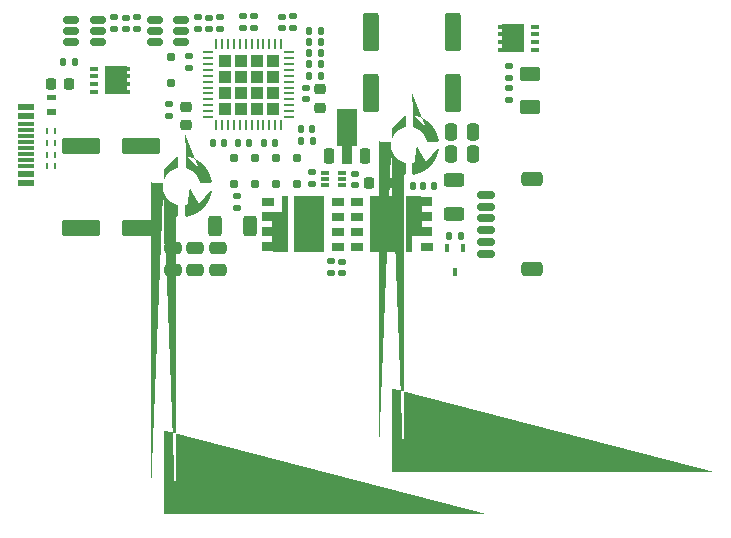
<source format=gbr>
%TF.GenerationSoftware,KiCad,Pcbnew,8.0.3*%
%TF.CreationDate,2024-10-12T12:31:44+02:00*%
%TF.ProjectId,Parkside-100W-Brick,5061726b-7369-4646-952d-313030572d42,rev?*%
%TF.SameCoordinates,Original*%
%TF.FileFunction,Paste,Top*%
%TF.FilePolarity,Positive*%
%FSLAX46Y46*%
G04 Gerber Fmt 4.6, Leading zero omitted, Abs format (unit mm)*
G04 Created by KiCad (PCBNEW 8.0.3) date 2024-10-12 12:31:44*
%MOMM*%
%LPD*%
G01*
G04 APERTURE LIST*
G04 Aperture macros list*
%AMRoundRect*
0 Rectangle with rounded corners*
0 $1 Rounding radius*
0 $2 $3 $4 $5 $6 $7 $8 $9 X,Y pos of 4 corners*
0 Add a 4 corners polygon primitive as box body*
4,1,4,$2,$3,$4,$5,$6,$7,$8,$9,$2,$3,0*
0 Add four circle primitives for the rounded corners*
1,1,$1+$1,$2,$3*
1,1,$1+$1,$4,$5*
1,1,$1+$1,$6,$7*
1,1,$1+$1,$8,$9*
0 Add four rect primitives between the rounded corners*
20,1,$1+$1,$2,$3,$4,$5,0*
20,1,$1+$1,$4,$5,$6,$7,0*
20,1,$1+$1,$6,$7,$8,$9,0*
20,1,$1+$1,$8,$9,$2,$3,0*%
%AMFreePoly0*
4,1,70,1.108661,1.057304,1.136251,1.029714,1.151183,0.993666,1.153104,0.147677,1.151183,0.128168,1.148142,0.120827,1.148128,0.119947,1.146993,0.118052,1.136251,0.092120,1.124283,0.080152,1.121522,0.075544,1.117362,0.073231,1.108661,0.064530,1.081385,0.053231,1.076279,0.050393,0.974627,0.024842,0.780001,-0.053034,0.597631,-0.156404,0.430839,-0.283387,0.282662,-0.431669,
0.155797,-0.598551,0.052556,-0.780994,-0.025181,-0.975676,-0.050660,-1.077347,-0.050660,-1.077346,-0.054202,-1.083729,-0.064530,-1.108661,-0.072415,-1.116546,-0.075779,-1.122607,-0.082524,-1.126655,-0.092120,-1.136251,-0.112757,-1.144799,-0.120163,-1.149244,-0.123628,-1.149302,-0.128168,-1.151183,-0.974157,-1.153104,-0.989047,-1.151637,-0.990417,-1.151773,-0.991179,-1.151427,-0.993666,-1.151183,
-1.029714,-1.136251,-1.033860,-1.132104,-1.037573,-1.130424,-1.042722,-1.123242,-1.057304,-1.108661,-1.062947,-1.095036,-1.067737,-1.088357,-1.068370,-1.081945,-1.072236,-1.072613,-1.072236,-1.042816,-1.072826,-1.036844,-1.072236,-1.034203,-1.072236,-1.033595,-1.071940,-1.032882,-1.009799,-0.754749,-0.915374,-0.481556,-0.790754,-0.220750,-0.637527,0.024345,-0.457647,0.250604,-0.253408,0.455144,
-0.027412,0.635355,0.217458,0.788942,0.478080,0.913945,0.751134,1.008771,1.033136,1.072211,1.033136,1.072212,1.033460,1.072180,1.033595,1.072236,1.072613,1.072236,1.108661,1.057304,1.108661,1.057304,$1*%
%AMFreePoly1*
4,1,70,-0.128168,1.151183,-0.120827,1.148142,-0.119947,1.148128,-0.118052,1.146993,-0.092120,1.136251,-0.080152,1.124283,-0.075544,1.121522,-0.073231,1.117362,-0.064530,1.108661,-0.053231,1.081385,-0.050393,1.076279,-0.024842,0.974627,0.053034,0.780001,0.156404,0.597631,0.283387,0.430839,0.431669,0.282662,0.598551,0.155797,0.780994,0.052556,0.975676,-0.025181,1.077347,-0.050660,
1.077346,-0.050660,1.083729,-0.054202,1.108661,-0.064530,1.116546,-0.072415,1.122607,-0.075779,1.126655,-0.082524,1.136251,-0.092120,1.144799,-0.112757,1.149244,-0.120163,1.149302,-0.123628,1.151183,-0.128168,1.153104,-0.974157,1.151637,-0.989047,1.151773,-0.990417,1.151427,-0.991179,1.151183,-0.993666,1.136251,-1.029714,1.132104,-1.033860,1.130424,-1.037573,1.123242,-1.042722,
1.108661,-1.057304,1.095036,-1.062947,1.088357,-1.067737,1.081945,-1.068370,1.072613,-1.072236,1.042816,-1.072236,1.036844,-1.072826,1.034203,-1.072236,1.033595,-1.072236,1.032882,-1.071940,0.754749,-1.009799,0.481556,-0.915374,0.220750,-0.790754,-0.024345,-0.637527,-0.250604,-0.457647,-0.455144,-0.253408,-0.635355,-0.027412,-0.788942,0.217458,-0.913945,0.478080,-1.008771,0.751134,
-1.072211,1.033136,-1.072212,1.033136,-1.072180,1.033460,-1.072236,1.033595,-1.072236,1.072613,-1.057304,1.108661,-1.029714,1.136251,-0.993666,1.151183,-0.147677,1.153104,-0.128168,1.151183,-0.128168,1.151183,$1*%
%AMFreePoly2*
4,1,70,-1.034203,1.072236,-1.033595,1.072236,-1.032882,1.071940,-0.754749,1.009799,-0.481556,0.915374,-0.220750,0.790754,0.024345,0.637527,0.250604,0.457647,0.455144,0.253408,0.635355,0.027412,0.788942,-0.217458,0.913945,-0.478080,1.008771,-0.751134,1.072211,-1.033136,1.072212,-1.033136,1.072180,-1.033460,1.072236,-1.033595,1.072236,-1.072613,1.057304,-1.108661,1.029714,-1.136251,
0.993666,-1.151183,0.147677,-1.153104,0.128168,-1.151183,0.120827,-1.148142,0.119947,-1.148128,0.118052,-1.146993,0.092120,-1.136251,0.080152,-1.124283,0.075544,-1.121522,0.073231,-1.117362,0.064530,-1.108661,0.053231,-1.081385,0.050393,-1.076279,0.024842,-0.974627,-0.053034,-0.780001,-0.156404,-0.597631,-0.283387,-0.430839,-0.431669,-0.282662,-0.598551,-0.155797,-0.780994,-0.052556,
-0.975676,0.025181,-1.077347,0.050660,-1.077346,0.050660,-1.083729,0.054202,-1.108661,0.064530,-1.116546,0.072415,-1.122607,0.075779,-1.126655,0.082524,-1.136251,0.092120,-1.144799,0.112757,-1.149244,0.120163,-1.149302,0.123628,-1.151183,0.128168,-1.153104,0.974157,-1.151637,0.989047,-1.151773,0.990417,-1.151427,0.991179,-1.151183,0.993666,-1.136251,1.029714,-1.132104,1.033860,
-1.130424,1.037573,-1.123242,1.042722,-1.108661,1.057304,-1.095036,1.062947,-1.088357,1.067737,-1.081945,1.068370,-1.072613,1.072236,-1.042816,1.072236,-1.036844,1.072826,-1.034203,1.072236,-1.034203,1.072236,$1*%
%AMFreePoly3*
4,1,70,0.989047,1.151637,0.990417,1.151773,0.991179,1.151427,0.993666,1.151183,1.029714,1.136251,1.033860,1.132104,1.037573,1.130424,1.042722,1.123242,1.057304,1.108661,1.062947,1.095036,1.067737,1.088357,1.068370,1.081945,1.072236,1.072613,1.072236,1.042816,1.072826,1.036844,1.072236,1.034203,1.072236,1.033595,1.071940,1.032882,1.009799,0.754749,0.915374,0.481556,
0.790754,0.220750,0.637527,-0.024345,0.457647,-0.250604,0.253408,-0.455144,0.027412,-0.635355,-0.217458,-0.788942,-0.478080,-0.913945,-0.751134,-1.008771,-1.033136,-1.072211,-1.033136,-1.072212,-1.033460,-1.072180,-1.033595,-1.072236,-1.072613,-1.072236,-1.108661,-1.057304,-1.136251,-1.029714,-1.151183,-0.993666,-1.153104,-0.147677,-1.151183,-0.128168,-1.148142,-0.120827,-1.148128,-0.119947,
-1.146993,-0.118052,-1.136251,-0.092120,-1.124283,-0.080152,-1.121522,-0.075544,-1.117362,-0.073231,-1.108661,-0.064530,-1.081385,-0.053231,-1.076279,-0.050393,-0.974627,-0.024842,-0.780001,0.053034,-0.597631,0.156404,-0.430839,0.283387,-0.282662,0.431669,-0.155797,0.598551,-0.052556,0.780994,0.025181,0.975676,0.050660,1.077347,0.050660,1.077346,0.054202,1.083729,0.064530,1.108661,
0.072415,1.116546,0.075779,1.122607,0.082524,1.126655,0.092120,1.136251,0.112757,1.144799,0.120163,1.149244,0.123628,1.149302,0.128168,1.151183,0.974157,1.153104,0.989047,1.151637,0.989047,1.151637,$1*%
%AMFreePoly4*
4,1,17,2.400000,-0.600000,2.310008,-0.600000,2.310008,-1.549987,1.510008,-1.549987,1.510008,-0.700000,1.040005,-0.700000,1.040005,-1.549987,0.240005,-1.549987,0.240005,-0.700000,-0.229997,-0.700000,-0.229997,-1.549987,-1.014986,-1.549987,-1.014986,0.164999,-2.400000,0.164999,-2.400000,0.700000,2.394996,0.700000,2.400000,-0.600000,2.400000,-0.600000,$1*%
%AMFreePoly5*
4,1,9,3.862500,-0.866500,0.737500,-0.866500,0.737500,-0.450000,-0.737500,-0.450000,-0.737500,0.450000,0.737500,0.450000,0.737500,0.866500,3.862500,0.866500,3.862500,-0.866500,3.862500,-0.866500,$1*%
G04 Aperture macros list end*
%ADD10RoundRect,0.225000X0.250000X-0.225000X0.250000X0.225000X-0.250000X0.225000X-0.250000X-0.225000X0*%
%ADD11RoundRect,0.250000X-0.312500X-0.625000X0.312500X-0.625000X0.312500X0.625000X-0.312500X0.625000X0*%
%ADD12RoundRect,0.135000X-0.185000X0.135000X-0.185000X-0.135000X0.185000X-0.135000X0.185000X0.135000X0*%
%ADD13RoundRect,0.250000X-0.475000X0.250000X-0.475000X-0.250000X0.475000X-0.250000X0.475000X0.250000X0*%
%ADD14RoundRect,0.203125X1.446875X0.446875X-1.446875X0.446875X-1.446875X-0.446875X1.446875X-0.446875X0*%
%ADD15R,0.250000X0.550000*%
%ADD16RoundRect,0.140000X-0.140000X-0.170000X0.140000X-0.170000X0.140000X0.170000X-0.140000X0.170000X0*%
%ADD17RoundRect,0.050000X-0.250000X0.250000X-0.250000X-0.250000X0.250000X-0.250000X0.250000X0.250000X0*%
%ADD18RoundRect,0.150000X0.512500X0.150000X-0.512500X0.150000X-0.512500X-0.150000X0.512500X-0.150000X0*%
%ADD19RoundRect,0.140000X0.140000X0.170000X-0.140000X0.170000X-0.140000X-0.170000X0.140000X-0.170000X0*%
%ADD20RoundRect,0.250000X-0.300000X-0.300000X0.300000X-0.300000X0.300000X0.300000X-0.300000X0.300000X0*%
%ADD21RoundRect,0.062500X-0.362500X-0.062500X0.362500X-0.062500X0.362500X0.062500X-0.362500X0.062500X0*%
%ADD22RoundRect,0.062500X-0.062500X-0.362500X0.062500X-0.362500X0.062500X0.362500X-0.062500X0.362500X0*%
%ADD23RoundRect,0.135000X0.135000X0.185000X-0.135000X0.185000X-0.135000X-0.185000X0.135000X-0.185000X0*%
%ADD24R,0.700000X0.420000*%
%ADD25R,0.450000X0.420000*%
%ADD26R,1.930000X2.490000*%
%ADD27RoundRect,0.140000X0.170000X-0.140000X0.170000X0.140000X-0.170000X0.140000X-0.170000X-0.140000X0*%
%ADD28RoundRect,0.250000X0.250000X0.475000X-0.250000X0.475000X-0.250000X-0.475000X0.250000X-0.475000X0*%
%ADD29RoundRect,0.225000X0.225000X0.250000X-0.225000X0.250000X-0.225000X-0.250000X0.225000X-0.250000X0*%
%ADD30RoundRect,0.135000X0.185000X-0.135000X0.185000X0.135000X-0.185000X0.135000X-0.185000X-0.135000X0*%
%ADD31RoundRect,0.135000X-0.135000X-0.185000X0.135000X-0.185000X0.135000X0.185000X-0.135000X0.185000X0*%
%ADD32RoundRect,0.203125X0.446875X-1.446875X0.446875X1.446875X-0.446875X1.446875X-0.446875X-1.446875X0*%
%ADD33RoundRect,0.250000X-0.625000X0.375000X-0.625000X-0.375000X0.625000X-0.375000X0.625000X0.375000X0*%
%ADD34FreePoly0,0.000000*%
%ADD35FreePoly1,0.000000*%
%ADD36FreePoly2,0.000000*%
%ADD37FreePoly3,0.000000*%
%ADD38R,1.450000X0.600000*%
%ADD39R,1.450000X0.300000*%
%ADD40RoundRect,0.085000X-0.265000X-0.085000X0.265000X-0.085000X0.265000X0.085000X-0.265000X0.085000X0*%
%ADD41RoundRect,0.140000X-0.170000X0.140000X-0.170000X-0.140000X0.170000X-0.140000X0.170000X0.140000X0*%
%ADD42R,1.000000X0.800000*%
%ADD43FreePoly4,90.000000*%
%ADD44R,2.600000X4.800000*%
%ADD45FreePoly4,270.000000*%
%ADD46RoundRect,0.150000X0.625000X-0.150000X0.625000X0.150000X-0.625000X0.150000X-0.625000X-0.150000X0*%
%ADD47RoundRect,0.250000X0.650000X-0.350000X0.650000X0.350000X-0.650000X0.350000X-0.650000X-0.350000X0*%
%ADD48RoundRect,0.225000X0.225000X-0.425000X0.225000X0.425000X-0.225000X0.425000X-0.225000X-0.425000X0*%
%ADD49FreePoly5,90.000000*%
%ADD50RoundRect,0.225000X-0.225000X-0.250000X0.225000X-0.250000X0.225000X0.250000X-0.225000X0.250000X0*%
%ADD51R,0.450000X0.700000*%
%ADD52RoundRect,0.250000X0.625000X-0.312500X0.625000X0.312500X-0.625000X0.312500X-0.625000X-0.312500X0*%
G04 APERTURE END LIST*
%TO.C,D1*%
G36*
X157820000Y-96975000D02*
G01*
X158580000Y-96975000D01*
X158580000Y-97445000D01*
X157820000Y-97445000D01*
X157820000Y-96975000D01*
G37*
G36*
X158580000Y-96220000D02*
G01*
X157820000Y-96220000D01*
X157820000Y-95750000D01*
X158580000Y-95750000D01*
X158580000Y-96220000D01*
G37*
%TD*%
D10*
%TO.C,C16*%
X180950000Y-96825000D03*
X180950000Y-95275000D03*
%TD*%
D11*
%TO.C,R1*%
X172087500Y-106850000D03*
X175012500Y-106850000D03*
%TD*%
D12*
%TO.C,R3*%
X173900000Y-104290000D03*
X173900000Y-105310000D03*
%TD*%
D13*
%TO.C,C14*%
X170400000Y-108700000D03*
X170400000Y-110600000D03*
%TD*%
D14*
%TO.C,C18*%
X165800000Y-100050000D03*
X160700000Y-100050000D03*
%TD*%
D15*
%TO.C,D7*%
X157850000Y-101800000D03*
X158550000Y-101800000D03*
%TD*%
D16*
%TO.C,C10*%
X180050000Y-94125000D03*
X181010000Y-94125000D03*
%TD*%
D17*
%TO.C,D3*%
X173650000Y-101100000D03*
X173650000Y-103300000D03*
%TD*%
D18*
%TO.C,Q2*%
X169237500Y-91300000D03*
X169237500Y-90350000D03*
X169237500Y-89400000D03*
X166962500Y-89400000D03*
X166962500Y-90350000D03*
X166962500Y-91300000D03*
%TD*%
D15*
%TO.C,D5*%
X157850000Y-98800000D03*
X158550000Y-98800000D03*
%TD*%
D17*
%TO.C,D10*%
X168350000Y-92550000D03*
X168350000Y-94750000D03*
%TD*%
D19*
%TO.C,C2*%
X174980000Y-99800000D03*
X174020000Y-99800000D03*
%TD*%
D20*
%TO.C,U1*%
X172890000Y-92840000D03*
X172890000Y-94200000D03*
X172890000Y-95560000D03*
X172890000Y-96920000D03*
X174250000Y-92840000D03*
X174250000Y-94200000D03*
X174250000Y-95560000D03*
X174250000Y-96920000D03*
X175610000Y-92840000D03*
X175610000Y-94200000D03*
X175610000Y-95560000D03*
X175610000Y-96920000D03*
X176970000Y-92840000D03*
X176970000Y-94200000D03*
X176970000Y-95560000D03*
X176970000Y-96920000D03*
D21*
X171480000Y-92130000D03*
X171480000Y-92630000D03*
X171480000Y-93130000D03*
X171480000Y-93630000D03*
X171480000Y-94130000D03*
X171480000Y-94630000D03*
X171480000Y-95130000D03*
X171480000Y-95630000D03*
X171480000Y-96130000D03*
X171480000Y-96630000D03*
X171480000Y-97130000D03*
X171480000Y-97630000D03*
D22*
X172180000Y-98330000D03*
X172680000Y-98330000D03*
X173180000Y-98330000D03*
X173680000Y-98330000D03*
X174180000Y-98330000D03*
X174680000Y-98330000D03*
X175180000Y-98330000D03*
X175680000Y-98330000D03*
X176180000Y-98330000D03*
X176680000Y-98330000D03*
X177180000Y-98330000D03*
X177680000Y-98330000D03*
D21*
X178380000Y-97630000D03*
X178380000Y-97130000D03*
X178380000Y-96630000D03*
X178380000Y-96130000D03*
X178380000Y-95630000D03*
X178380000Y-95130000D03*
X178380000Y-94630000D03*
X178380000Y-94130000D03*
X178380000Y-93630000D03*
X178380000Y-93130000D03*
X178380000Y-92630000D03*
X178380000Y-92130000D03*
D22*
X177680000Y-91430000D03*
X177180000Y-91430000D03*
X176680000Y-91430000D03*
X176180000Y-91430000D03*
X175680000Y-91430000D03*
X175180000Y-91430000D03*
X174680000Y-91430000D03*
X174180000Y-91430000D03*
X173680000Y-91430000D03*
X173180000Y-91430000D03*
X172680000Y-91430000D03*
X172180000Y-91430000D03*
%TD*%
D23*
%TO.C,R10*%
X181050000Y-93175000D03*
X180030000Y-93175000D03*
%TD*%
D16*
%TO.C,C3*%
X171895000Y-99800000D03*
X172855000Y-99800000D03*
%TD*%
D12*
%TO.C,R15*%
X172500000Y-89190000D03*
X172500000Y-90210000D03*
%TD*%
D24*
%TO.C,Q5*%
X199150000Y-91925000D03*
X199150000Y-91275000D03*
X199150000Y-90625000D03*
X199150000Y-89975000D03*
D25*
X196225000Y-91925000D03*
X196225000Y-91275000D03*
D26*
X197300000Y-90950000D03*
D25*
X196225000Y-90625000D03*
X196225000Y-89975000D03*
%TD*%
D12*
%TO.C,R13*%
X181900000Y-109840000D03*
X181900000Y-110860000D03*
%TD*%
D27*
%TO.C,C5*%
X177770000Y-90075000D03*
X177770000Y-89115000D03*
%TD*%
D28*
%TO.C,C26*%
X193950000Y-100750000D03*
X192050000Y-100750000D03*
%TD*%
D17*
%TO.C,D6*%
X177250000Y-101100000D03*
X177250000Y-103300000D03*
%TD*%
D15*
%TO.C,D8*%
X157850000Y-100800000D03*
X158550000Y-100800000D03*
%TD*%
D27*
%TO.C,C22*%
X182850000Y-110830000D03*
X182850000Y-109870000D03*
%TD*%
D16*
%TO.C,C1*%
X176220000Y-99800000D03*
X177180000Y-99800000D03*
%TD*%
D29*
%TO.C,C19*%
X159725000Y-94800000D03*
X158175000Y-94800000D03*
%TD*%
D12*
%TO.C,R17*%
X163525000Y-89190000D03*
X163525000Y-90210000D03*
%TD*%
D27*
%TO.C,C7*%
X171600000Y-90180000D03*
X171600000Y-89220000D03*
%TD*%
D30*
%TO.C,R23*%
X169850000Y-93510000D03*
X169850000Y-92490000D03*
%TD*%
D10*
%TO.C,C17*%
X169600000Y-98325000D03*
X169600000Y-96775000D03*
%TD*%
D31*
%TO.C,R6*%
X159190000Y-92950000D03*
X160210000Y-92950000D03*
%TD*%
D17*
%TO.C,D4*%
X175450000Y-101100000D03*
X175450000Y-103300000D03*
%TD*%
D31*
%TO.C,R4*%
X179315000Y-99620000D03*
X180335000Y-99620000D03*
%TD*%
%TO.C,R19*%
X191890000Y-107675000D03*
X192910000Y-107675000D03*
%TD*%
D16*
%TO.C,C4*%
X179345000Y-98650000D03*
X180305000Y-98650000D03*
%TD*%
D30*
%TO.C,R12*%
X178720000Y-90105000D03*
X178720000Y-89085000D03*
%TD*%
D14*
%TO.C,C12*%
X165800000Y-107000000D03*
X160700000Y-107000000D03*
%TD*%
D12*
%TO.C,R16*%
X165450000Y-89190000D03*
X165450000Y-90210000D03*
%TD*%
D15*
%TO.C,D9*%
X157850000Y-99800000D03*
X158550000Y-99800000D03*
%TD*%
D12*
%TO.C,R27*%
X180300000Y-102240000D03*
X180300000Y-103260000D03*
%TD*%
D27*
%TO.C,C9*%
X164500000Y-90180000D03*
X164500000Y-89220000D03*
%TD*%
D13*
%TO.C,C8*%
X168500000Y-108700000D03*
X168500000Y-110600000D03*
%TD*%
%TO.C,C15*%
X172300000Y-108700000D03*
X172300000Y-110600000D03*
%TD*%
D24*
%TO.C,Q6*%
X161800000Y-93525000D03*
X161800000Y-94175000D03*
X161800000Y-94825000D03*
X161800000Y-95475000D03*
D25*
X164725000Y-93525000D03*
X164725000Y-94175000D03*
D26*
X163650000Y-94500000D03*
D25*
X164725000Y-94825000D03*
X164725000Y-95475000D03*
%TD*%
D32*
%TO.C,C11*%
X192200000Y-95550000D03*
X192200000Y-90450000D03*
%TD*%
D12*
%TO.C,R22*%
X175400000Y-89090000D03*
X175400000Y-90110000D03*
%TD*%
D28*
%TO.C,C20*%
X193950000Y-98850000D03*
X192050000Y-98850000D03*
%TD*%
D33*
%TO.C,F1*%
X198750000Y-93950000D03*
X198750000Y-96750000D03*
%TD*%
D34*
%TO.C,J7*%
X167796896Y-102046896D03*
D35*
X167796896Y-104953104D03*
D36*
X170703104Y-102046896D03*
D37*
X170703104Y-104953104D03*
%TD*%
D38*
%TO.C,J2*%
X156070000Y-96750000D03*
X156070000Y-97550000D03*
D39*
X156070000Y-98750000D03*
X156070000Y-99750000D03*
X156070000Y-100250000D03*
X156070000Y-101250000D03*
D38*
X156070000Y-102450000D03*
X156070000Y-103250000D03*
X156070000Y-103250000D03*
X156070000Y-102450000D03*
D39*
X156070000Y-101750000D03*
X156070000Y-100750000D03*
X156070000Y-99250000D03*
X156070000Y-98250000D03*
D38*
X156070000Y-97550000D03*
X156070000Y-96750000D03*
%TD*%
D30*
%TO.C,R20*%
X197000000Y-94310000D03*
X197000000Y-93290000D03*
%TD*%
D40*
%TO.C,U4*%
X181350000Y-102400000D03*
X181350000Y-102900000D03*
X181350000Y-103400000D03*
X182850000Y-103400000D03*
X182850000Y-102900000D03*
X182850000Y-102400000D03*
%TD*%
D12*
%TO.C,R21*%
X174450000Y-89090000D03*
X174450000Y-90110000D03*
%TD*%
D17*
%TO.C,D2*%
X179050000Y-101100000D03*
X179050000Y-103300000D03*
%TD*%
D23*
%TO.C,R18*%
X188810000Y-103500000D03*
X187790000Y-103500000D03*
%TD*%
D12*
%TO.C,R14*%
X170625000Y-89190000D03*
X170625000Y-90210000D03*
%TD*%
D19*
%TO.C,C23*%
X190630000Y-103500000D03*
X189670000Y-103500000D03*
%TD*%
D41*
%TO.C,C27*%
X183900000Y-102420000D03*
X183900000Y-103380000D03*
%TD*%
D32*
%TO.C,C13*%
X185250000Y-95550000D03*
X185250000Y-90450000D03*
%TD*%
D42*
%TO.C,Q13*%
X190009995Y-108605004D03*
D43*
X188960008Y-106705004D03*
D42*
X184090005Y-104794996D03*
X184090005Y-106064999D03*
X184090005Y-107335001D03*
X184090005Y-108605004D03*
D44*
X186490056Y-106700000D03*
%TD*%
D42*
%TO.C,Q12*%
X176555005Y-104794996D03*
D45*
X177604992Y-106694996D03*
D42*
X182474995Y-108605004D03*
X182474995Y-107335001D03*
X182474995Y-106064999D03*
X182474995Y-104794996D03*
D44*
X180074944Y-106700000D03*
%TD*%
D30*
%TO.C,R24*%
X197000000Y-96160000D03*
X197000000Y-95140000D03*
%TD*%
D18*
%TO.C,Q1*%
X162137500Y-91300000D03*
X162137500Y-90350000D03*
X162137500Y-89400000D03*
X159862500Y-89400000D03*
X159862500Y-90350000D03*
X159862500Y-91300000D03*
%TD*%
D34*
%TO.C,J4*%
X187046896Y-98546896D03*
D35*
X187046896Y-101453104D03*
D36*
X189953104Y-98546896D03*
D37*
X189953104Y-101453104D03*
%TD*%
D12*
%TO.C,R25*%
X168200000Y-96480000D03*
X168200000Y-97500000D03*
%TD*%
D46*
%TO.C,J5*%
X195025000Y-109200000D03*
X195025000Y-108200000D03*
X195025000Y-107200000D03*
X195025000Y-106200000D03*
X195025000Y-105200000D03*
X195025000Y-104200000D03*
D47*
X198900000Y-110500000D03*
X198900000Y-102900000D03*
%TD*%
D48*
%TO.C,U2*%
X181750000Y-100900000D03*
D49*
X183250000Y-100812500D03*
D48*
X184750000Y-100900000D03*
%TD*%
D27*
%TO.C,C6*%
X179750000Y-96105000D03*
X179750000Y-95145000D03*
%TD*%
D50*
%TO.C,C24*%
X185075000Y-103250000D03*
X186625000Y-103250000D03*
%TD*%
D23*
%TO.C,R11*%
X181050000Y-92225000D03*
X180030000Y-92225000D03*
%TD*%
%TO.C,R9*%
X181050000Y-91275000D03*
X180030000Y-91275000D03*
%TD*%
D51*
%TO.C,Q3*%
X193050000Y-108750000D03*
X191750000Y-108750000D03*
X192400000Y-110750000D03*
%TD*%
D52*
%TO.C,R2*%
X192300000Y-105862500D03*
X192300000Y-102937500D03*
%TD*%
D23*
%TO.C,R5*%
X181050000Y-90325000D03*
X180030000Y-90325000D03*
%TD*%
M02*

</source>
